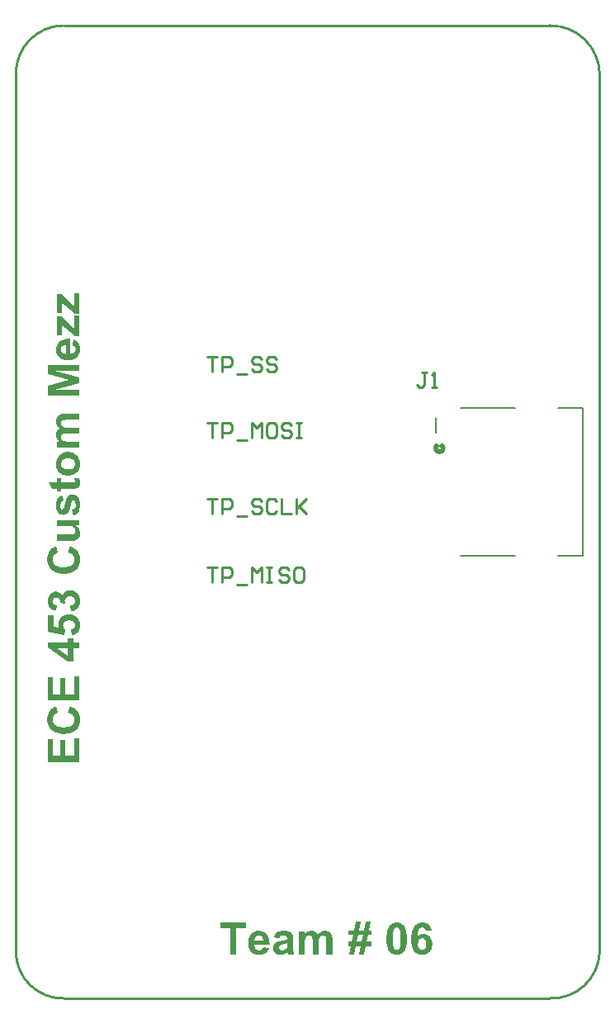
<source format=gto>
G04*
G04 #@! TF.GenerationSoftware,Altium Limited,Altium Designer,22.6.1 (34)*
G04*
G04 Layer_Color=65535*
%FSLAX25Y25*%
%MOIN*%
G70*
G04*
G04 #@! TF.SameCoordinates,B7B55DA8-A8C8-4B2F-A26B-231347B163EA*
G04*
G04*
G04 #@! TF.FilePolarity,Positive*
G04*
G01*
G75*
%ADD10C,0.02000*%
%ADD11C,0.00600*%
%ADD12C,0.01000*%
G36*
X26203Y277216D02*
X24253D01*
X20288Y280682D01*
X20272Y280698D01*
X20238Y280715D01*
X20188Y280765D01*
X20138Y280832D01*
X19955Y280981D01*
X19755Y281165D01*
X19522Y281381D01*
X19289Y281581D01*
X19089Y281798D01*
X18906Y281964D01*
Y281881D01*
X18922Y281798D01*
Y281498D01*
X18939Y281298D01*
Y280832D01*
X18956Y277550D01*
X16923D01*
Y285230D01*
X18656D01*
X22737Y281681D01*
X24087Y280432D01*
Y280532D01*
X24070Y280598D01*
Y280765D01*
X24054Y280965D01*
Y281181D01*
X24037Y281398D01*
Y285496D01*
X26203D01*
Y277216D01*
D02*
G37*
G36*
Y268270D02*
X24253D01*
X20288Y271735D01*
X20272Y271752D01*
X20238Y271768D01*
X20188Y271818D01*
X20138Y271885D01*
X19955Y272035D01*
X19755Y272218D01*
X19522Y272435D01*
X19289Y272635D01*
X19089Y272851D01*
X18906Y273018D01*
Y272935D01*
X18922Y272851D01*
Y272551D01*
X18939Y272352D01*
Y271885D01*
X18956Y268603D01*
X16923D01*
Y276283D01*
X18656D01*
X22737Y272735D01*
X24087Y271485D01*
Y271585D01*
X24070Y271652D01*
Y271818D01*
X24054Y272018D01*
Y272235D01*
X24037Y272452D01*
Y276550D01*
X26203D01*
Y268270D01*
D02*
G37*
G36*
X22271Y261106D02*
X22288D01*
X22321D01*
X22371D01*
X22454Y261123D01*
X22654Y261139D01*
X22904Y261189D01*
X23170Y261256D01*
X23454Y261356D01*
X23737Y261506D01*
X23987Y261689D01*
X24020Y261722D01*
X24087Y261789D01*
X24170Y261906D01*
X24287Y262072D01*
X24403Y262289D01*
X24487Y262522D01*
X24553Y262805D01*
X24587Y263105D01*
Y263205D01*
X24570Y263305D01*
X24553Y263439D01*
X24520Y263589D01*
X24453Y263738D01*
X24387Y263905D01*
X24287Y264055D01*
X24270Y264072D01*
X24220Y264122D01*
X24153Y264188D01*
X24037Y264288D01*
X23887Y264388D01*
X23720Y264488D01*
X23504Y264588D01*
X23254Y264671D01*
X23670Y267120D01*
X23687D01*
X23737Y267104D01*
X23804Y267070D01*
X23887Y267037D01*
X24003Y266970D01*
X24137Y266920D01*
X24437Y266754D01*
X24770Y266537D01*
X25103Y266287D01*
X25436Y265971D01*
X25719Y265621D01*
Y265604D01*
X25753Y265571D01*
X25786Y265521D01*
X25836Y265438D01*
X25886Y265338D01*
X25936Y265221D01*
X26003Y265088D01*
X26069Y264921D01*
X26136Y264738D01*
X26203Y264555D01*
X26303Y264122D01*
X26386Y263622D01*
X26419Y263072D01*
Y262972D01*
X26403Y262839D01*
X26386Y262672D01*
X26369Y262472D01*
X26336Y262256D01*
X26286Y261989D01*
X26219Y261722D01*
X26136Y261439D01*
X26036Y261139D01*
X25903Y260840D01*
X25753Y260556D01*
X25570Y260256D01*
X25353Y259990D01*
X25120Y259740D01*
X24836Y259507D01*
X24820Y259490D01*
X24770Y259473D01*
X24703Y259423D01*
X24603Y259357D01*
X24487Y259290D01*
X24337Y259224D01*
X24153Y259140D01*
X23954Y259057D01*
X23737Y258957D01*
X23504Y258874D01*
X23237Y258807D01*
X22954Y258740D01*
X22654Y258674D01*
X22337Y258624D01*
X21988Y258607D01*
X21638Y258591D01*
X21605D01*
X21538D01*
X21421Y258607D01*
X21255D01*
X21071Y258624D01*
X20838Y258657D01*
X20588Y258690D01*
X20322Y258740D01*
X20039Y258807D01*
X19739Y258890D01*
X19439Y258974D01*
X19139Y259090D01*
X18839Y259240D01*
X18556Y259390D01*
X18272Y259573D01*
X18023Y259790D01*
X18006Y259807D01*
X17973Y259840D01*
X17906Y259907D01*
X17823Y260007D01*
X17723Y260123D01*
X17606Y260273D01*
X17490Y260440D01*
X17356Y260623D01*
X17240Y260840D01*
X17123Y261056D01*
X17006Y261306D01*
X16906Y261589D01*
X16823Y261873D01*
X16756Y262172D01*
X16723Y262506D01*
X16706Y262839D01*
Y262939D01*
X16723Y263039D01*
Y263189D01*
X16756Y263355D01*
X16773Y263555D01*
X16823Y263772D01*
X16873Y264022D01*
X16956Y264271D01*
X17040Y264538D01*
X17156Y264821D01*
X17290Y265088D01*
X17439Y265354D01*
X17639Y265621D01*
X17839Y265871D01*
X18089Y266104D01*
X18106Y266121D01*
X18156Y266154D01*
X18239Y266221D01*
X18339Y266287D01*
X18489Y266387D01*
X18672Y266487D01*
X18872Y266587D01*
X19122Y266704D01*
X19405Y266804D01*
X19705Y266920D01*
X20055Y267004D01*
X20422Y267104D01*
X20838Y267170D01*
X21288Y267220D01*
X21754Y267254D01*
X22271D01*
Y261106D01*
D02*
G37*
G36*
X26203Y254342D02*
X16123Y254326D01*
X26203Y251793D01*
Y249294D01*
X16123Y246778D01*
X26203D01*
Y244379D01*
X13391D01*
Y248245D01*
X22138Y250560D01*
X13391Y252859D01*
Y256741D01*
X26203D01*
Y254342D01*
D02*
G37*
G36*
Y234517D02*
X20905D01*
X20888D01*
X20838D01*
X20772D01*
X20688D01*
X20572D01*
X20438Y234500D01*
X20155Y234483D01*
X19855Y234450D01*
X19572Y234400D01*
X19305Y234333D01*
X19206Y234300D01*
X19122Y234250D01*
X19105Y234233D01*
X19039Y234184D01*
X18956Y234100D01*
X18856Y234000D01*
X18756Y233850D01*
X18672Y233667D01*
X18606Y233451D01*
X18589Y233201D01*
Y233117D01*
X18606Y233017D01*
X18622Y232884D01*
X18672Y232734D01*
X18722Y232568D01*
X18806Y232401D01*
X18906Y232234D01*
X18922Y232218D01*
X18972Y232168D01*
X19039Y232084D01*
X19139Y231984D01*
X19272Y231885D01*
X19439Y231768D01*
X19622Y231668D01*
X19839Y231585D01*
X19872D01*
X19955Y231551D01*
X20105Y231518D01*
X20305Y231485D01*
X20572Y231451D01*
X20905Y231418D01*
X21288Y231401D01*
X21521Y231385D01*
X21754D01*
X26203D01*
Y228936D01*
X21121D01*
X21105D01*
X21055D01*
X20988D01*
X20905D01*
X20788D01*
X20672D01*
X20405Y228919D01*
X20105Y228902D01*
X19822Y228886D01*
X19572Y228852D01*
X19472Y228819D01*
X19389Y228802D01*
X19372D01*
X19322Y228786D01*
X19255Y228752D01*
X19155Y228702D01*
X18972Y228569D01*
X18872Y228486D01*
X18789Y228386D01*
X18772Y228369D01*
X18756Y228336D01*
X18722Y228269D01*
X18689Y228203D01*
X18656Y228086D01*
X18622Y227969D01*
X18589Y227819D01*
Y227553D01*
X18606Y227453D01*
X18622Y227320D01*
X18672Y227153D01*
X18722Y226986D01*
X18806Y226803D01*
X18906Y226620D01*
X18922Y226603D01*
X18956Y226553D01*
X19039Y226470D01*
X19122Y226370D01*
X19255Y226270D01*
X19405Y226153D01*
X19589Y226054D01*
X19789Y225970D01*
X19822D01*
X19905Y225937D01*
X20039Y225920D01*
X20238Y225887D01*
X20505Y225853D01*
X20655Y225837D01*
X20838Y225820D01*
X21021Y225804D01*
X21238D01*
X21455Y225787D01*
X21704D01*
X26203D01*
Y223338D01*
X16923D01*
Y225604D01*
X18206D01*
X18189Y225620D01*
X18139Y225654D01*
X18073Y225720D01*
X17973Y225820D01*
X17856Y225937D01*
X17723Y226070D01*
X17589Y226237D01*
X17456Y226420D01*
X17323Y226620D01*
X17173Y226836D01*
X17056Y227070D01*
X16940Y227320D01*
X16840Y227586D01*
X16773Y227869D01*
X16723Y228169D01*
X16706Y228469D01*
Y228619D01*
X16723Y228786D01*
X16756Y229002D01*
X16806Y229236D01*
X16873Y229502D01*
X16956Y229769D01*
X17090Y230019D01*
X17106Y230052D01*
X17156Y230135D01*
X17240Y230252D01*
X17356Y230402D01*
X17523Y230568D01*
X17706Y230735D01*
X17923Y230918D01*
X18189Y231085D01*
X18172D01*
X18156Y231118D01*
X18073Y231185D01*
X17939Y231318D01*
X17773Y231485D01*
X17606Y231684D01*
X17423Y231901D01*
X17240Y232151D01*
X17090Y232401D01*
Y232418D01*
X17073Y232434D01*
X17023Y232534D01*
X16973Y232667D01*
X16890Y232867D01*
X16823Y233084D01*
X16773Y233351D01*
X16723Y233617D01*
X16706Y233917D01*
Y234084D01*
X16723Y234283D01*
X16756Y234517D01*
X16806Y234783D01*
X16890Y235067D01*
X16990Y235366D01*
X17123Y235633D01*
Y235650D01*
X17140Y235666D01*
X17206Y235750D01*
X17290Y235883D01*
X17439Y236033D01*
X17606Y236216D01*
X17823Y236383D01*
X18073Y236549D01*
X18356Y236699D01*
X18389Y236716D01*
X18472Y236749D01*
X18606Y236783D01*
X18806Y236832D01*
X19072Y236882D01*
X19405Y236932D01*
X19605Y236949D01*
X19805D01*
X20022Y236966D01*
X20272D01*
X26203D01*
Y234517D01*
D02*
G37*
G36*
X21738Y221589D02*
X21888D01*
X22071Y221572D01*
X22288Y221539D01*
X22521Y221489D01*
X22771Y221439D01*
X23037Y221355D01*
X23321Y221272D01*
X23604Y221155D01*
X23904Y221022D01*
X24204Y220872D01*
X24487Y220689D01*
X24770Y220472D01*
X25036Y220239D01*
X25053Y220222D01*
X25103Y220173D01*
X25170Y220106D01*
X25253Y219989D01*
X25353Y219856D01*
X25470Y219706D01*
X25603Y219506D01*
X25719Y219306D01*
X25853Y219056D01*
X25986Y218806D01*
X26103Y218523D01*
X26203Y218223D01*
X26286Y217907D01*
X26353Y217557D01*
X26403Y217207D01*
X26419Y216824D01*
Y216690D01*
X26403Y216607D01*
Y216491D01*
X26386Y216357D01*
X26369Y216207D01*
X26353Y216041D01*
X26286Y215658D01*
X26186Y215258D01*
X26036Y214808D01*
X25853Y214375D01*
Y214358D01*
X25820Y214325D01*
X25786Y214258D01*
X25736Y214192D01*
X25686Y214092D01*
X25603Y213975D01*
X25420Y213725D01*
X25186Y213442D01*
X24886Y213159D01*
X24553Y212875D01*
X24153Y212626D01*
X24137D01*
X24103Y212592D01*
X24037Y212576D01*
X23954Y212526D01*
X23837Y212492D01*
X23720Y212442D01*
X23570Y212376D01*
X23387Y212326D01*
X23204Y212276D01*
X23004Y212209D01*
X22771Y212159D01*
X22537Y212126D01*
X22021Y212059D01*
X21438Y212026D01*
X21421D01*
X21388D01*
X21321D01*
X21221Y212042D01*
X21121D01*
X20988Y212059D01*
X20838Y212076D01*
X20688Y212109D01*
X20322Y212176D01*
X19922Y212276D01*
X19505Y212426D01*
X19072Y212626D01*
X19056D01*
X19022Y212659D01*
X18956Y212692D01*
X18889Y212742D01*
X18789Y212792D01*
X18672Y212875D01*
X18422Y213059D01*
X18139Y213309D01*
X17856Y213592D01*
X17573Y213942D01*
X17323Y214325D01*
Y214341D01*
X17290Y214375D01*
X17273Y214441D01*
X17223Y214525D01*
X17173Y214625D01*
X17123Y214758D01*
X17073Y214891D01*
X17006Y215058D01*
X16906Y215424D01*
X16806Y215841D01*
X16740Y216291D01*
X16706Y216791D01*
Y216891D01*
X16723Y216990D01*
Y217140D01*
X16756Y217324D01*
X16773Y217524D01*
X16823Y217757D01*
X16873Y218023D01*
X16956Y218290D01*
X17040Y218573D01*
X17156Y218856D01*
X17290Y219140D01*
X17439Y219439D01*
X17639Y219723D01*
X17839Y219989D01*
X18089Y220256D01*
X18106Y220272D01*
X18156Y220322D01*
X18223Y220389D01*
X18339Y220472D01*
X18472Y220572D01*
X18639Y220689D01*
X18822Y220806D01*
X19039Y220939D01*
X19272Y221056D01*
X19539Y221172D01*
X19822Y221289D01*
X20122Y221389D01*
X20438Y221489D01*
X20788Y221555D01*
X21155Y221589D01*
X21538Y221605D01*
X21554D01*
X21638D01*
X21738Y221589D01*
D02*
G37*
G36*
X26069Y211059D02*
X26086Y211043D01*
X26103Y210993D01*
X26119Y210926D01*
X26186Y210743D01*
X26236Y210510D01*
X26303Y210226D01*
X26369Y209893D01*
X26403Y209527D01*
X26419Y209127D01*
Y209010D01*
X26403Y208894D01*
X26386Y208744D01*
X26369Y208560D01*
X26319Y208361D01*
X26269Y208144D01*
X26203Y207944D01*
X26186Y207927D01*
X26169Y207861D01*
X26119Y207761D01*
X26053Y207644D01*
X25870Y207394D01*
X25753Y207261D01*
X25636Y207161D01*
X25620Y207144D01*
X25570Y207128D01*
X25486Y207078D01*
X25370Y207028D01*
X25236Y206961D01*
X25070Y206911D01*
X24886Y206861D01*
X24670Y206811D01*
X24653D01*
X24587Y206795D01*
X24470D01*
X24287Y206778D01*
X24054Y206761D01*
X23920D01*
X23754D01*
X23587Y206745D01*
X23387D01*
X23170D01*
X22937D01*
X18872D01*
Y205612D01*
X16923D01*
Y206745D01*
X15074D01*
X13624Y209194D01*
X16923D01*
Y210876D01*
X18872D01*
Y209194D01*
X22637D01*
X22654D01*
X22687D01*
X22737D01*
X22821D01*
X23004D01*
X23221D01*
X23454Y209210D01*
X23670D01*
X23854D01*
X23920Y209227D01*
X23970D01*
X24003Y209243D01*
X24070Y209277D01*
X24170Y209344D01*
X24270Y209443D01*
Y209460D01*
X24287Y209477D01*
X24320Y209560D01*
X24370Y209710D01*
X24387Y209877D01*
Y209943D01*
X24370Y210010D01*
X24353Y210126D01*
X24337Y210260D01*
X24287Y210426D01*
X24237Y210626D01*
X24153Y210859D01*
X26069Y211076D01*
Y211059D01*
D02*
G37*
G36*
X23537Y204462D02*
X23637Y204446D01*
X23770Y204429D01*
X24070Y204345D01*
X24403Y204212D01*
X24587Y204129D01*
X24770Y204029D01*
X24953Y203912D01*
X25153Y203762D01*
X25320Y203596D01*
X25503Y203413D01*
X25520Y203396D01*
X25536Y203363D01*
X25586Y203296D01*
X25653Y203213D01*
X25719Y203096D01*
X25786Y202963D01*
X25870Y202796D01*
X25953Y202613D01*
X26053Y202413D01*
X26136Y202180D01*
X26203Y201913D01*
X26269Y201630D01*
X26336Y201313D01*
X26386Y200980D01*
X26403Y200630D01*
X26419Y200247D01*
Y200064D01*
X26403Y199931D01*
Y199781D01*
X26386Y199597D01*
X26353Y199381D01*
X26319Y199164D01*
X26236Y198681D01*
X26103Y198181D01*
X25919Y197698D01*
X25803Y197465D01*
X25670Y197248D01*
X25653Y197232D01*
X25636Y197198D01*
X25586Y197148D01*
X25536Y197065D01*
X25453Y196982D01*
X25353Y196882D01*
X25120Y196665D01*
X24820Y196415D01*
X24470Y196182D01*
X24054Y195966D01*
X23820Y195882D01*
X23587Y195816D01*
X23204Y198281D01*
X23237D01*
X23321Y198315D01*
X23454Y198348D01*
X23604Y198415D01*
X23787Y198498D01*
X23970Y198598D01*
X24137Y198731D01*
X24287Y198898D01*
X24303Y198914D01*
X24337Y198981D01*
X24403Y199098D01*
X24470Y199248D01*
X24537Y199448D01*
X24603Y199664D01*
X24637Y199947D01*
X24653Y200247D01*
Y200397D01*
X24637Y200580D01*
X24603Y200780D01*
X24570Y201013D01*
X24503Y201247D01*
X24420Y201480D01*
X24303Y201680D01*
X24287Y201697D01*
X24253Y201730D01*
X24204Y201780D01*
X24137Y201847D01*
X24037Y201913D01*
X23937Y201963D01*
X23804Y201996D01*
X23654Y202013D01*
X23637D01*
X23604D01*
X23554Y201996D01*
X23487D01*
X23337Y201930D01*
X23254Y201897D01*
X23187Y201830D01*
Y201813D01*
X23154Y201797D01*
X23121Y201747D01*
X23087Y201663D01*
X23037Y201547D01*
X22987Y201413D01*
X22921Y201230D01*
X22871Y201013D01*
Y200980D01*
X22837Y200880D01*
X22804Y200730D01*
X22754Y200530D01*
X22704Y200297D01*
X22637Y200030D01*
X22554Y199731D01*
X22471Y199431D01*
X22288Y198781D01*
X22188Y198465D01*
X22088Y198165D01*
X21971Y197881D01*
X21871Y197632D01*
X21771Y197415D01*
X21671Y197248D01*
X21655Y197232D01*
X21638Y197198D01*
X21588Y197148D01*
X21538Y197082D01*
X21455Y196998D01*
X21355Y196898D01*
X21121Y196699D01*
X20821Y196499D01*
X20455Y196315D01*
X20255Y196249D01*
X20039Y196199D01*
X19822Y196165D01*
X19572Y196149D01*
X19555D01*
X19522D01*
X19455D01*
X19372Y196165D01*
X19272Y196182D01*
X19139Y196199D01*
X18856Y196265D01*
X18539Y196382D01*
X18372Y196465D01*
X18206Y196549D01*
X18023Y196665D01*
X17856Y196782D01*
X17689Y196932D01*
X17539Y197098D01*
X17523Y197115D01*
X17506Y197148D01*
X17456Y197198D01*
X17406Y197282D01*
X17339Y197382D01*
X17273Y197498D01*
X17206Y197648D01*
X17123Y197831D01*
X17040Y198015D01*
X16973Y198231D01*
X16906Y198481D01*
X16840Y198748D01*
X16790Y199031D01*
X16740Y199347D01*
X16723Y199681D01*
X16706Y200047D01*
Y200231D01*
X16723Y200364D01*
Y200514D01*
X16740Y200697D01*
X16756Y200897D01*
X16790Y201113D01*
X16856Y201580D01*
X16973Y202046D01*
X17123Y202496D01*
X17223Y202696D01*
X17339Y202879D01*
Y202896D01*
X17373Y202913D01*
X17406Y202963D01*
X17456Y203029D01*
X17589Y203196D01*
X17789Y203396D01*
X18056Y203596D01*
X18372Y203812D01*
X18739Y204012D01*
X19155Y204162D01*
X19589Y201847D01*
X19572D01*
X19505Y201813D01*
X19405Y201780D01*
X19289Y201713D01*
X19155Y201647D01*
X19022Y201547D01*
X18889Y201430D01*
X18772Y201280D01*
X18756Y201263D01*
X18722Y201197D01*
X18672Y201113D01*
X18622Y200980D01*
X18572Y200814D01*
X18522Y200614D01*
X18489Y200364D01*
X18472Y200097D01*
Y199931D01*
X18489Y199764D01*
X18506Y199547D01*
X18539Y199331D01*
X18589Y199098D01*
X18656Y198881D01*
X18756Y198698D01*
Y198681D01*
X18789Y198664D01*
X18889Y198565D01*
X19039Y198481D01*
X19139Y198448D01*
X19255Y198431D01*
X19272D01*
X19305D01*
X19355Y198448D01*
X19405Y198465D01*
X19555Y198531D01*
X19639Y198581D01*
X19705Y198664D01*
X19722Y198681D01*
X19755Y198748D01*
X19772Y198798D01*
X19805Y198881D01*
X19839Y198964D01*
X19872Y199081D01*
X19922Y199214D01*
X19972Y199381D01*
X20022Y199564D01*
X20088Y199781D01*
X20155Y200014D01*
X20222Y200297D01*
X20305Y200614D01*
X20388Y200963D01*
Y200980D01*
X20405Y201047D01*
X20438Y201147D01*
X20472Y201280D01*
X20505Y201447D01*
X20572Y201630D01*
X20622Y201830D01*
X20688Y202046D01*
X20855Y202496D01*
X21038Y202946D01*
X21138Y203163D01*
X21255Y203363D01*
X21371Y203546D01*
X21488Y203696D01*
Y203712D01*
X21521Y203729D01*
X21605Y203812D01*
X21754Y203946D01*
X21954Y204096D01*
X22221Y204229D01*
X22537Y204362D01*
X22904Y204446D01*
X23104Y204479D01*
X23321D01*
X23337D01*
X23370D01*
X23437D01*
X23537Y204462D01*
D02*
G37*
G36*
X26203Y191850D02*
X24820D01*
X24853Y191834D01*
X24937Y191751D01*
X25086Y191651D01*
X25253Y191484D01*
X25436Y191301D01*
X25636Y191068D01*
X25820Y190818D01*
X26003Y190518D01*
Y190501D01*
X26019Y190484D01*
X26036Y190434D01*
X26069Y190384D01*
X26136Y190218D01*
X26203Y190001D01*
X26286Y189735D01*
X26353Y189435D01*
X26403Y189118D01*
X26419Y188785D01*
Y188635D01*
X26403Y188452D01*
X26369Y188219D01*
X26319Y187969D01*
X26253Y187686D01*
X26153Y187386D01*
X26019Y187102D01*
X26003Y187069D01*
X25936Y186986D01*
X25853Y186853D01*
X25719Y186703D01*
X25553Y186519D01*
X25353Y186336D01*
X25136Y186186D01*
X24870Y186036D01*
X24853D01*
X24836Y186020D01*
X24787Y186003D01*
X24737Y185986D01*
X24570Y185936D01*
X24337Y185886D01*
X24037Y185820D01*
X23687Y185770D01*
X23270Y185736D01*
X22804Y185720D01*
X16923D01*
Y188169D01*
X21188D01*
X21205D01*
X21271D01*
X21371D01*
X21505D01*
X21655D01*
X21838D01*
X22221Y188185D01*
X22637Y188202D01*
X23037Y188219D01*
X23221Y188235D01*
X23370Y188252D01*
X23504Y188285D01*
X23604Y188302D01*
X23620D01*
X23670Y188335D01*
X23754Y188369D01*
X23854Y188418D01*
X23954Y188485D01*
X24070Y188568D01*
X24187Y188668D01*
X24287Y188785D01*
X24303Y188802D01*
X24320Y188852D01*
X24370Y188935D01*
X24403Y189035D01*
X24453Y189168D01*
X24503Y189318D01*
X24520Y189501D01*
X24537Y189685D01*
Y189785D01*
X24520Y189918D01*
X24487Y190068D01*
X24453Y190234D01*
X24403Y190434D01*
X24320Y190618D01*
X24204Y190818D01*
X24187Y190834D01*
X24137Y190901D01*
X24070Y190984D01*
X23970Y191084D01*
X23837Y191201D01*
X23704Y191317D01*
X23537Y191417D01*
X23354Y191501D01*
X23321Y191517D01*
X23287D01*
X23237Y191534D01*
X23171Y191551D01*
X23087Y191567D01*
X22971Y191584D01*
X22837Y191601D01*
X22687Y191617D01*
X22504Y191634D01*
X22304D01*
X22071Y191651D01*
X21804Y191667D01*
X21521Y191684D01*
X21188D01*
X20838D01*
X16923D01*
Y194133D01*
X26203D01*
Y191850D01*
D02*
G37*
G36*
X22354Y183520D02*
X22454Y183487D01*
X22604Y183437D01*
X22771Y183371D01*
X22971Y183304D01*
X23204Y183204D01*
X23437Y183087D01*
X23954Y182821D01*
X24220Y182671D01*
X24470Y182488D01*
X24737Y182304D01*
X24970Y182088D01*
X25203Y181871D01*
X25403Y181621D01*
X25420Y181605D01*
X25453Y181555D01*
X25503Y181488D01*
X25553Y181388D01*
X25636Y181255D01*
X25719Y181088D01*
X25820Y180905D01*
X25903Y180705D01*
X26003Y180472D01*
X26103Y180205D01*
X26186Y179922D01*
X26253Y179622D01*
X26319Y179306D01*
X26369Y178956D01*
X26403Y178606D01*
X26419Y178223D01*
Y178106D01*
X26403Y177973D01*
X26386Y177806D01*
X26369Y177589D01*
X26319Y177323D01*
X26269Y177056D01*
X26203Y176740D01*
X26103Y176423D01*
X26003Y176074D01*
X25853Y175724D01*
X25686Y175374D01*
X25486Y175024D01*
X25253Y174674D01*
X24986Y174341D01*
X24687Y174024D01*
X24670Y174008D01*
X24603Y173958D01*
X24503Y173874D01*
X24370Y173774D01*
X24187Y173641D01*
X23970Y173508D01*
X23720Y173358D01*
X23437Y173208D01*
X23104Y173058D01*
X22754Y172908D01*
X22354Y172775D01*
X21938Y172642D01*
X21471Y172542D01*
X20988Y172458D01*
X20455Y172408D01*
X19905Y172392D01*
X19888D01*
X19872D01*
X19822D01*
X19772D01*
X19605Y172408D01*
X19372Y172425D01*
X19105Y172442D01*
X18806Y172475D01*
X18456Y172525D01*
X18089Y172591D01*
X17689Y172692D01*
X17290Y172792D01*
X16873Y172925D01*
X16457Y173091D01*
X16057Y173275D01*
X15657Y173491D01*
X15290Y173758D01*
X14941Y174041D01*
X14924Y174058D01*
X14857Y174124D01*
X14774Y174207D01*
X14657Y174341D01*
X14524Y174507D01*
X14374Y174707D01*
X14208Y174941D01*
X14041Y175207D01*
X13874Y175490D01*
X13724Y175824D01*
X13574Y176173D01*
X13441Y176557D01*
X13325Y176973D01*
X13241Y177423D01*
X13174Y177889D01*
X13158Y178373D01*
Y178472D01*
X13174Y178606D01*
Y178772D01*
X13208Y178972D01*
X13225Y179206D01*
X13274Y179455D01*
X13325Y179739D01*
X13408Y180039D01*
X13491Y180355D01*
X13608Y180672D01*
X13741Y180988D01*
X13908Y181305D01*
X14091Y181621D01*
X14307Y181921D01*
X14557Y182204D01*
X14574Y182221D01*
X14591Y182238D01*
X14641Y182288D01*
X14707Y182354D01*
X14791Y182421D01*
X14890Y182504D01*
X15024Y182588D01*
X15157Y182687D01*
X15307Y182804D01*
X15490Y182904D01*
X15674Y183021D01*
X15890Y183121D01*
X16123Y183237D01*
X16357Y183337D01*
X16623Y183437D01*
X16906Y183520D01*
X17523Y180955D01*
X17506D01*
X17473Y180938D01*
X17423Y180921D01*
X17356Y180905D01*
X17173Y180838D01*
X16956Y180755D01*
X16706Y180622D01*
X16440Y180455D01*
X16190Y180238D01*
X15957Y179989D01*
X15923Y179955D01*
X15857Y179855D01*
X15774Y179705D01*
X15657Y179505D01*
X15557Y179255D01*
X15457Y178956D01*
X15390Y178606D01*
X15374Y178239D01*
Y178106D01*
X15390Y178006D01*
X15407Y177889D01*
X15424Y177740D01*
X15507Y177423D01*
X15624Y177056D01*
X15707Y176873D01*
X15807Y176673D01*
X15923Y176473D01*
X16073Y176290D01*
X16223Y176107D01*
X16407Y175940D01*
X16423Y175924D01*
X16457Y175907D01*
X16523Y175857D01*
X16607Y175807D01*
X16706Y175740D01*
X16856Y175657D01*
X17006Y175574D01*
X17206Y175507D01*
X17423Y175424D01*
X17656Y175340D01*
X17939Y175257D01*
X18239Y175190D01*
X18556Y175141D01*
X18922Y175091D01*
X19305Y175074D01*
X19722Y175057D01*
X19755D01*
X19822D01*
X19955D01*
X20122Y175074D01*
X20322Y175091D01*
X20538Y175107D01*
X20805Y175124D01*
X21071Y175174D01*
X21638Y175274D01*
X22204Y175424D01*
X22488Y175524D01*
X22737Y175640D01*
X22971Y175774D01*
X23187Y175924D01*
X23204Y175940D01*
X23237Y175957D01*
X23287Y176007D01*
X23337Y176074D01*
X23420Y176173D01*
X23504Y176273D01*
X23604Y176390D01*
X23687Y176540D01*
X23887Y176857D01*
X24037Y177240D01*
X24103Y177456D01*
X24153Y177690D01*
X24187Y177939D01*
X24204Y178189D01*
Y178289D01*
X24187Y178356D01*
X24170Y178556D01*
X24120Y178806D01*
X24037Y179072D01*
X23937Y179372D01*
X23770Y179672D01*
X23554Y179955D01*
X23537Y179972D01*
X23520Y179989D01*
X23420Y180072D01*
X23270Y180205D01*
X23037Y180372D01*
X22904Y180455D01*
X22754Y180555D01*
X22588Y180638D01*
X22388Y180722D01*
X22188Y180822D01*
X21971Y180888D01*
X21721Y180972D01*
X21471Y181038D01*
X22254Y183554D01*
X22271D01*
X22354Y183520D01*
D02*
G37*
G36*
X22654Y165794D02*
X22804Y165778D01*
X22971Y165744D01*
X23154Y165711D01*
X23370Y165661D01*
X23587Y165594D01*
X23820Y165511D01*
X24054Y165411D01*
X24303Y165295D01*
X24553Y165145D01*
X24787Y164978D01*
X25020Y164795D01*
X25253Y164578D01*
X25270Y164561D01*
X25303Y164528D01*
X25370Y164445D01*
X25436Y164362D01*
X25520Y164228D01*
X25620Y164095D01*
X25736Y163928D01*
X25836Y163728D01*
X25953Y163512D01*
X26069Y163279D01*
X26169Y163029D01*
X26253Y162762D01*
X26319Y162462D01*
X26386Y162162D01*
X26419Y161829D01*
X26436Y161496D01*
Y161329D01*
X26419Y161213D01*
X26403Y161063D01*
X26386Y160880D01*
X26353Y160696D01*
X26319Y160480D01*
X26203Y160030D01*
X26119Y159797D01*
X26019Y159547D01*
X25903Y159313D01*
X25769Y159064D01*
X25620Y158830D01*
X25453Y158614D01*
X25436Y158597D01*
X25403Y158564D01*
X25353Y158514D01*
X25270Y158431D01*
X25170Y158347D01*
X25053Y158247D01*
X24903Y158131D01*
X24753Y158031D01*
X24570Y157914D01*
X24370Y157798D01*
X24153Y157681D01*
X23920Y157581D01*
X23670Y157481D01*
X23420Y157414D01*
X23137Y157348D01*
X22837Y157298D01*
X22537Y159680D01*
X22554D01*
X22571D01*
X22621Y159697D01*
X22687D01*
X22854Y159747D01*
X23054Y159797D01*
X23287Y159863D01*
X23520Y159980D01*
X23737Y160113D01*
X23937Y160280D01*
X23954Y160296D01*
X24004Y160363D01*
X24087Y160480D01*
X24170Y160613D01*
X24253Y160796D01*
X24337Y160996D01*
X24387Y161246D01*
X24403Y161496D01*
Y161529D01*
X24387Y161629D01*
X24370Y161762D01*
X24337Y161929D01*
X24270Y162129D01*
X24170Y162346D01*
X24020Y162562D01*
X23837Y162762D01*
X23804Y162779D01*
X23737Y162845D01*
X23604Y162929D01*
X23420Y163029D01*
X23204Y163129D01*
X22937Y163212D01*
X22621Y163279D01*
X22271Y163295D01*
X22254D01*
X22221D01*
X22188D01*
X22121D01*
X21954Y163262D01*
X21738Y163229D01*
X21505Y163179D01*
X21255Y163079D01*
X21005Y162962D01*
X20788Y162795D01*
X20772Y162779D01*
X20705Y162712D01*
X20622Y162595D01*
X20505Y162462D01*
X20405Y162279D01*
X20322Y162079D01*
X20255Y161846D01*
X20238Y161579D01*
Y161496D01*
X20255Y161396D01*
Y161263D01*
X20288Y161096D01*
X20322Y160913D01*
X20372Y160696D01*
X20438Y160463D01*
X18439Y160730D01*
Y160896D01*
X18422Y161080D01*
X18406Y161296D01*
X18356Y161546D01*
X18272Y161796D01*
X18173Y162029D01*
X18023Y162246D01*
X18006Y162262D01*
X17939Y162329D01*
X17839Y162412D01*
X17689Y162512D01*
X17523Y162612D01*
X17306Y162696D01*
X17056Y162762D01*
X16790Y162779D01*
X16757D01*
X16690D01*
X16556Y162762D01*
X16423Y162729D01*
X16257Y162679D01*
X16073Y162612D01*
X15907Y162512D01*
X15757Y162379D01*
X15740Y162362D01*
X15690Y162312D01*
X15624Y162229D01*
X15557Y162112D01*
X15490Y161962D01*
X15424Y161796D01*
X15374Y161596D01*
X15357Y161363D01*
Y161263D01*
X15374Y161146D01*
X15407Y160996D01*
X15474Y160813D01*
X15540Y160646D01*
X15657Y160463D01*
X15807Y160280D01*
X15823Y160263D01*
X15890Y160213D01*
X15990Y160130D01*
X16123Y160047D01*
X16307Y159947D01*
X16523Y159863D01*
X16773Y159797D01*
X17073Y159747D01*
X16690Y157481D01*
X16673D01*
X16640Y157498D01*
X16573Y157514D01*
X16490Y157531D01*
X16390Y157548D01*
X16290Y157581D01*
X16023Y157664D01*
X15723Y157747D01*
X15407Y157881D01*
X15107Y158014D01*
X14824Y158181D01*
X14791Y158197D01*
X14707Y158264D01*
X14574Y158380D01*
X14424Y158530D01*
X14241Y158714D01*
X14058Y158947D01*
X13891Y159214D01*
X13724Y159513D01*
Y159530D01*
X13708Y159547D01*
X13691Y159597D01*
X13658Y159663D01*
X13591Y159847D01*
X13524Y160080D01*
X13458Y160363D01*
X13391Y160680D01*
X13341Y161046D01*
X13325Y161429D01*
Y161613D01*
X13341Y161729D01*
X13358Y161879D01*
X13391Y162062D01*
X13424Y162262D01*
X13474Y162479D01*
X13524Y162696D01*
X13608Y162929D01*
X13708Y163179D01*
X13808Y163412D01*
X13958Y163662D01*
X14108Y163895D01*
X14291Y164112D01*
X14491Y164328D01*
X14507Y164345D01*
X14541Y164362D01*
X14591Y164411D01*
X14657Y164478D01*
X14741Y164545D01*
X14857Y164611D01*
X15107Y164795D01*
X15424Y164961D01*
X15790Y165094D01*
X16190Y165211D01*
X16407Y165228D01*
X16623Y165244D01*
X16640D01*
X16690D01*
X16790Y165228D01*
X16906Y165211D01*
X17040Y165194D01*
X17206Y165145D01*
X17390Y165094D01*
X17589Y165011D01*
X17806Y164911D01*
X18023Y164795D01*
X18256Y164645D01*
X18472Y164461D01*
X18706Y164245D01*
X18922Y164012D01*
X19122Y163728D01*
X19322Y163395D01*
Y163412D01*
X19339Y163445D01*
X19355Y163495D01*
X19372Y163578D01*
X19405Y163678D01*
X19439Y163778D01*
X19555Y164028D01*
X19689Y164312D01*
X19872Y164595D01*
X20105Y164878D01*
X20388Y165145D01*
X20405D01*
X20422Y165178D01*
X20472Y165211D01*
X20538Y165244D01*
X20705Y165361D01*
X20938Y165478D01*
X21238Y165594D01*
X21571Y165711D01*
X21954Y165778D01*
X22371Y165811D01*
X22388D01*
X22437D01*
X22537D01*
X22654Y165794D01*
D02*
G37*
G36*
X22188Y156065D02*
X22321Y156048D01*
X22488Y156032D01*
X22671Y155998D01*
X22871Y155965D01*
X23304Y155865D01*
X23770Y155698D01*
X24020Y155598D01*
X24253Y155465D01*
X24503Y155332D01*
X24737Y155165D01*
X24753Y155148D01*
X24803Y155115D01*
X24886Y155032D01*
X25003Y154932D01*
X25136Y154815D01*
X25270Y154649D01*
X25420Y154465D01*
X25586Y154265D01*
X25736Y154032D01*
X25903Y153766D01*
X26036Y153482D01*
X26169Y153183D01*
X26286Y152849D01*
X26369Y152483D01*
X26419Y152100D01*
X26436Y151700D01*
Y151533D01*
X26419Y151400D01*
X26403Y151250D01*
X26386Y151084D01*
X26353Y150883D01*
X26319Y150684D01*
X26203Y150217D01*
X26119Y149984D01*
X26036Y149734D01*
X25919Y149501D01*
X25803Y149267D01*
X25653Y149034D01*
X25486Y148818D01*
X25470Y148801D01*
X25436Y148768D01*
X25386Y148718D01*
X25320Y148634D01*
X25220Y148551D01*
X25103Y148451D01*
X24970Y148351D01*
X24803Y148235D01*
X24637Y148118D01*
X24453Y148001D01*
X24237Y147885D01*
X24004Y147785D01*
X23770Y147685D01*
X23504Y147601D01*
X23237Y147535D01*
X22937Y147485D01*
X22671Y149934D01*
X22687D01*
X22704D01*
X22804Y149951D01*
X22954Y150001D01*
X23154Y150050D01*
X23354Y150117D01*
X23570Y150234D01*
X23787Y150367D01*
X23987Y150534D01*
X24004Y150550D01*
X24054Y150634D01*
X24137Y150734D01*
X24220Y150883D01*
X24320Y151050D01*
X24387Y151250D01*
X24453Y151467D01*
X24470Y151717D01*
Y151750D01*
X24453Y151850D01*
X24437Y151983D01*
X24387Y152166D01*
X24320Y152366D01*
X24204Y152583D01*
X24054Y152799D01*
X23854Y153016D01*
X23820Y153033D01*
X23737Y153099D01*
X23587Y153183D01*
X23370Y153283D01*
X23104Y153383D01*
X22787Y153466D01*
X22404Y153533D01*
X21954Y153549D01*
X21938D01*
X21904D01*
X21838D01*
X21754D01*
X21655Y153533D01*
X21554Y153516D01*
X21288Y153482D01*
X21005Y153416D01*
X20705Y153333D01*
X20422Y153199D01*
X20172Y153016D01*
X20138Y152999D01*
X20072Y152916D01*
X19988Y152799D01*
X19872Y152649D01*
X19755Y152450D01*
X19672Y152216D01*
X19605Y151950D01*
X19572Y151650D01*
Y151550D01*
X19589Y151467D01*
X19605Y151383D01*
X19622Y151267D01*
X19689Y151017D01*
X19805Y150734D01*
X19972Y150417D01*
X20072Y150250D01*
X20188Y150084D01*
X20338Y149934D01*
X20505Y149767D01*
X20222Y147785D01*
X13558Y149051D01*
Y155515D01*
X15857D01*
Y150900D01*
X18039Y150500D01*
Y150517D01*
X18023Y150534D01*
X18006Y150584D01*
X17973Y150650D01*
X17906Y150817D01*
X17823Y151017D01*
X17756Y151283D01*
X17689Y151567D01*
X17639Y151866D01*
X17623Y152183D01*
Y152350D01*
X17639Y152450D01*
X17656Y152600D01*
X17689Y152766D01*
X17723Y152949D01*
X17773Y153149D01*
X17839Y153349D01*
X17923Y153583D01*
X18006Y153799D01*
X18123Y154032D01*
X18272Y154265D01*
X18422Y154499D01*
X18606Y154732D01*
X18822Y154949D01*
X18839Y154965D01*
X18872Y154999D01*
X18939Y155049D01*
X19039Y155132D01*
X19155Y155215D01*
X19305Y155315D01*
X19472Y155415D01*
X19655Y155515D01*
X19872Y155615D01*
X20105Y155732D01*
X20355Y155815D01*
X20638Y155898D01*
X20921Y155982D01*
X21238Y156032D01*
X21571Y156065D01*
X21921Y156081D01*
X21938D01*
X21988D01*
X22071D01*
X22188Y156065D01*
D02*
G37*
G36*
X23620Y144686D02*
X26203D01*
Y142304D01*
X23620D01*
Y137072D01*
X21488D01*
X13341Y142604D01*
Y144686D01*
X21471D01*
Y146269D01*
X23620D01*
Y144686D01*
D02*
G37*
G36*
X26203Y121162D02*
X13391D01*
Y130642D01*
X15557D01*
Y123744D01*
X18389D01*
Y130158D01*
X20555D01*
Y123744D01*
X24037D01*
Y130892D01*
X26203D01*
Y121162D01*
D02*
G37*
G36*
X22354Y118896D02*
X22454Y118863D01*
X22604Y118813D01*
X22771Y118746D01*
X22971Y118680D01*
X23204Y118580D01*
X23437Y118463D01*
X23954Y118197D01*
X24220Y118047D01*
X24470Y117863D01*
X24737Y117680D01*
X24970Y117464D01*
X25203Y117247D01*
X25403Y116997D01*
X25420Y116980D01*
X25453Y116930D01*
X25503Y116864D01*
X25553Y116764D01*
X25636Y116631D01*
X25719Y116464D01*
X25820Y116281D01*
X25903Y116081D01*
X26003Y115848D01*
X26103Y115581D01*
X26186Y115298D01*
X26253Y114998D01*
X26319Y114681D01*
X26369Y114331D01*
X26403Y113982D01*
X26419Y113599D01*
Y113482D01*
X26403Y113349D01*
X26386Y113182D01*
X26369Y112965D01*
X26319Y112699D01*
X26269Y112432D01*
X26203Y112116D01*
X26103Y111799D01*
X26003Y111449D01*
X25853Y111100D01*
X25686Y110750D01*
X25486Y110400D01*
X25253Y110050D01*
X24986Y109717D01*
X24687Y109400D01*
X24670Y109383D01*
X24603Y109334D01*
X24503Y109250D01*
X24370Y109150D01*
X24187Y109017D01*
X23970Y108884D01*
X23720Y108734D01*
X23437Y108584D01*
X23104Y108434D01*
X22754Y108284D01*
X22354Y108151D01*
X21938Y108017D01*
X21471Y107917D01*
X20988Y107834D01*
X20455Y107784D01*
X19905Y107767D01*
X19888D01*
X19872D01*
X19822D01*
X19772D01*
X19605Y107784D01*
X19372Y107801D01*
X19105Y107817D01*
X18806Y107851D01*
X18456Y107901D01*
X18089Y107967D01*
X17689Y108067D01*
X17290Y108167D01*
X16873Y108301D01*
X16457Y108467D01*
X16057Y108651D01*
X15657Y108867D01*
X15290Y109134D01*
X14941Y109417D01*
X14924Y109433D01*
X14857Y109500D01*
X14774Y109583D01*
X14657Y109717D01*
X14524Y109883D01*
X14374Y110083D01*
X14208Y110317D01*
X14041Y110583D01*
X13874Y110866D01*
X13724Y111199D01*
X13574Y111549D01*
X13441Y111933D01*
X13325Y112349D01*
X13241Y112799D01*
X13174Y113265D01*
X13158Y113748D01*
Y113848D01*
X13174Y113982D01*
Y114148D01*
X13208Y114348D01*
X13225Y114581D01*
X13274Y114831D01*
X13325Y115114D01*
X13408Y115414D01*
X13491Y115731D01*
X13608Y116048D01*
X13741Y116364D01*
X13908Y116681D01*
X14091Y116997D01*
X14307Y117297D01*
X14557Y117580D01*
X14574Y117597D01*
X14591Y117613D01*
X14641Y117664D01*
X14707Y117730D01*
X14791Y117797D01*
X14890Y117880D01*
X15024Y117963D01*
X15157Y118063D01*
X15307Y118180D01*
X15490Y118280D01*
X15674Y118397D01*
X15890Y118497D01*
X16123Y118613D01*
X16357Y118713D01*
X16623Y118813D01*
X16906Y118896D01*
X17523Y116331D01*
X17506D01*
X17473Y116314D01*
X17423Y116297D01*
X17356Y116281D01*
X17173Y116214D01*
X16956Y116131D01*
X16706Y115998D01*
X16440Y115831D01*
X16190Y115614D01*
X15957Y115364D01*
X15923Y115331D01*
X15857Y115231D01*
X15774Y115081D01*
X15657Y114881D01*
X15557Y114631D01*
X15457Y114331D01*
X15390Y113982D01*
X15374Y113615D01*
Y113482D01*
X15390Y113382D01*
X15407Y113265D01*
X15424Y113115D01*
X15507Y112799D01*
X15624Y112432D01*
X15707Y112249D01*
X15807Y112049D01*
X15923Y111849D01*
X16073Y111666D01*
X16223Y111483D01*
X16407Y111316D01*
X16423Y111299D01*
X16457Y111283D01*
X16523Y111233D01*
X16607Y111183D01*
X16706Y111116D01*
X16856Y111033D01*
X17006Y110950D01*
X17206Y110883D01*
X17423Y110800D01*
X17656Y110716D01*
X17939Y110633D01*
X18239Y110566D01*
X18556Y110516D01*
X18922Y110466D01*
X19305Y110450D01*
X19722Y110433D01*
X19755D01*
X19822D01*
X19955D01*
X20122Y110450D01*
X20322Y110466D01*
X20538Y110483D01*
X20805Y110500D01*
X21071Y110550D01*
X21638Y110650D01*
X22204Y110800D01*
X22488Y110899D01*
X22737Y111016D01*
X22971Y111150D01*
X23187Y111299D01*
X23204Y111316D01*
X23237Y111333D01*
X23287Y111383D01*
X23337Y111449D01*
X23420Y111549D01*
X23504Y111649D01*
X23604Y111766D01*
X23687Y111916D01*
X23887Y112232D01*
X24037Y112616D01*
X24103Y112832D01*
X24153Y113065D01*
X24187Y113315D01*
X24204Y113565D01*
Y113665D01*
X24187Y113732D01*
X24170Y113932D01*
X24120Y114182D01*
X24037Y114448D01*
X23937Y114748D01*
X23770Y115048D01*
X23554Y115331D01*
X23537Y115348D01*
X23520Y115364D01*
X23420Y115448D01*
X23270Y115581D01*
X23037Y115748D01*
X22904Y115831D01*
X22754Y115931D01*
X22588Y116014D01*
X22388Y116097D01*
X22188Y116197D01*
X21971Y116264D01*
X21721Y116347D01*
X21471Y116414D01*
X22254Y118930D01*
X22271D01*
X22354Y118896D01*
D02*
G37*
G36*
X26203Y96305D02*
X13391D01*
Y105785D01*
X15557D01*
Y98888D01*
X18389D01*
Y105302D01*
X20555D01*
Y98888D01*
X24037D01*
Y106035D01*
X26203D01*
Y96305D01*
D02*
G37*
G36*
X142994Y28435D02*
X144193D01*
Y26503D01*
X142611D01*
X142094Y23920D01*
X144193D01*
X144194Y21988D01*
X141695D01*
X141012Y18589D01*
X139046D01*
X139712Y21988D01*
X137763D01*
X137080Y18589D01*
X135114D01*
X135797Y21988D01*
X134614D01*
X134614Y23920D01*
X136197D01*
X136713Y26503D01*
X134614D01*
Y28435D01*
X137113D01*
X137813Y31834D01*
X139762D01*
X139079Y28435D01*
X140978D01*
X141661Y31834D01*
X143694D01*
X142994Y28435D01*
D02*
G37*
G36*
X165002Y31667D02*
X165119D01*
X165268Y31634D01*
X165435Y31617D01*
X165602Y31584D01*
X165985Y31484D01*
X166385Y31334D01*
X166585Y31234D01*
X166785Y31134D01*
X166984Y31001D01*
X167168Y30851D01*
X167184Y30834D01*
X167218Y30817D01*
X167251Y30768D01*
X167318Y30701D01*
X167401Y30618D01*
X167484Y30518D01*
X167584Y30384D01*
X167684Y30251D01*
X167784Y30084D01*
X167901Y29918D01*
X168001Y29718D01*
X168101Y29501D01*
X168184Y29285D01*
X168267Y29035D01*
X168351Y28768D01*
X168401Y28485D01*
X166018Y28235D01*
Y28252D01*
Y28269D01*
X166001Y28352D01*
X165968Y28485D01*
X165918Y28635D01*
X165868Y28818D01*
X165785Y28985D01*
X165685Y29151D01*
X165552Y29302D01*
X165535Y29318D01*
X165485Y29351D01*
X165402Y29418D01*
X165302Y29485D01*
X165152Y29535D01*
X165002Y29601D01*
X164819Y29635D01*
X164602Y29651D01*
X164569D01*
X164469Y29635D01*
X164336Y29618D01*
X164152Y29568D01*
X163952Y29485D01*
X163719Y29351D01*
X163503Y29185D01*
X163286Y28952D01*
X163269Y28918D01*
X163236Y28868D01*
X163203Y28802D01*
X163153Y28718D01*
X163103Y28618D01*
X163053Y28485D01*
X163003Y28319D01*
X162953Y28135D01*
X162886Y27935D01*
X162836Y27702D01*
X162786Y27419D01*
X162736Y27136D01*
X162686Y26803D01*
X162653Y26436D01*
X162619Y26036D01*
X162636Y26053D01*
X162670Y26086D01*
X162720Y26136D01*
X162786Y26203D01*
X162869Y26286D01*
X162986Y26386D01*
X163103Y26486D01*
X163253Y26586D01*
X163586Y26786D01*
X163969Y26969D01*
X164186Y27036D01*
X164419Y27086D01*
X164652Y27119D01*
X164902Y27136D01*
X165052D01*
X165152Y27119D01*
X165285Y27102D01*
X165452Y27069D01*
X165618Y27036D01*
X165802Y26986D01*
X166001Y26919D01*
X166218Y26853D01*
X166435Y26752D01*
X166668Y26636D01*
X166885Y26503D01*
X167101Y26336D01*
X167318Y26169D01*
X167534Y25953D01*
X167551Y25936D01*
X167584Y25903D01*
X167634Y25836D01*
X167701Y25736D01*
X167784Y25620D01*
X167884Y25486D01*
X167984Y25320D01*
X168084Y25137D01*
X168184Y24937D01*
X168284Y24703D01*
X168384Y24453D01*
X168467Y24187D01*
X168534Y23887D01*
X168584Y23587D01*
X168617Y23271D01*
X168634Y22921D01*
Y22904D01*
Y22837D01*
Y22738D01*
X168617Y22588D01*
X168600Y22421D01*
X168567Y22238D01*
X168534Y22021D01*
X168484Y21788D01*
X168434Y21538D01*
X168351Y21288D01*
X168251Y21022D01*
X168151Y20755D01*
X168001Y20488D01*
X167851Y20238D01*
X167667Y19989D01*
X167468Y19755D01*
X167451Y19739D01*
X167418Y19705D01*
X167351Y19639D01*
X167268Y19572D01*
X167151Y19489D01*
X167018Y19389D01*
X166851Y19272D01*
X166668Y19172D01*
X166468Y19056D01*
X166235Y18939D01*
X166001Y18839D01*
X165735Y18756D01*
X165452Y18689D01*
X165168Y18622D01*
X164852Y18589D01*
X164519Y18573D01*
X164435D01*
X164336Y18589D01*
X164202D01*
X164036Y18622D01*
X163836Y18656D01*
X163619Y18706D01*
X163386Y18756D01*
X163136Y18839D01*
X162886Y18939D01*
X162619Y19056D01*
X162353Y19206D01*
X162086Y19372D01*
X161820Y19572D01*
X161570Y19805D01*
X161320Y20072D01*
X161303Y20088D01*
X161270Y20139D01*
X161203Y20238D01*
X161120Y20355D01*
X161037Y20522D01*
X160937Y20738D01*
X160820Y20971D01*
X160704Y21255D01*
X160587Y21588D01*
X160470Y21954D01*
X160370Y22354D01*
X160287Y22804D01*
X160204Y23287D01*
X160137Y23820D01*
X160104Y24403D01*
X160087Y25020D01*
Y25036D01*
Y25053D01*
Y25103D01*
Y25170D01*
Y25253D01*
X160104Y25353D01*
Y25603D01*
X160120Y25886D01*
X160154Y26219D01*
X160204Y26586D01*
X160254Y26986D01*
X160320Y27402D01*
X160404Y27819D01*
X160504Y28235D01*
X160637Y28668D01*
X160787Y29068D01*
X160953Y29451D01*
X161153Y29801D01*
X161387Y30118D01*
X161403Y30134D01*
X161453Y30185D01*
X161520Y30268D01*
X161620Y30368D01*
X161753Y30484D01*
X161903Y30618D01*
X162086Y30751D01*
X162303Y30901D01*
X162520Y31051D01*
X162786Y31184D01*
X163053Y31317D01*
X163353Y31434D01*
X163669Y31534D01*
X164019Y31617D01*
X164369Y31667D01*
X164752Y31684D01*
X164902D01*
X165002Y31667D01*
D02*
G37*
G36*
X125634Y28285D02*
X125867Y28252D01*
X126134Y28202D01*
X126417Y28119D01*
X126717Y28019D01*
X126984Y27885D01*
X127000D01*
X127017Y27869D01*
X127100Y27802D01*
X127234Y27719D01*
X127384Y27569D01*
X127567Y27402D01*
X127734Y27186D01*
X127900Y26936D01*
X128050Y26653D01*
X128067Y26619D01*
X128100Y26536D01*
X128133Y26403D01*
X128183Y26203D01*
X128233Y25936D01*
X128283Y25603D01*
X128300Y25403D01*
Y25203D01*
X128317Y24986D01*
Y24737D01*
X128317Y18806D01*
X125868D01*
X125867Y24104D01*
Y24120D01*
Y24170D01*
Y24237D01*
Y24320D01*
Y24437D01*
X125851Y24570D01*
X125834Y24853D01*
X125801Y25153D01*
X125751Y25436D01*
X125684Y25703D01*
X125651Y25803D01*
X125601Y25886D01*
X125584Y25903D01*
X125534Y25969D01*
X125451Y26053D01*
X125351Y26153D01*
X125201Y26253D01*
X125018Y26336D01*
X124801Y26403D01*
X124551Y26419D01*
X124468D01*
X124368Y26403D01*
X124235Y26386D01*
X124085Y26336D01*
X123918Y26286D01*
X123752Y26203D01*
X123585Y26103D01*
X123568Y26086D01*
X123519Y26036D01*
X123435Y25969D01*
X123335Y25870D01*
X123235Y25736D01*
X123119Y25570D01*
X123019Y25386D01*
X122935Y25170D01*
Y25137D01*
X122902Y25053D01*
X122869Y24903D01*
X122835Y24703D01*
X122802Y24437D01*
X122769Y24104D01*
X122752Y23720D01*
X122736Y23487D01*
Y23254D01*
Y18806D01*
X120286D01*
X120286Y23887D01*
Y23904D01*
Y23954D01*
Y24020D01*
Y24104D01*
Y24220D01*
Y24337D01*
X120270Y24603D01*
X120253Y24903D01*
X120237Y25186D01*
X120203Y25436D01*
X120170Y25536D01*
X120153Y25620D01*
Y25636D01*
X120136Y25686D01*
X120103Y25753D01*
X120053Y25853D01*
X119920Y26036D01*
X119837Y26136D01*
X119737Y26219D01*
X119720Y26236D01*
X119687Y26253D01*
X119620Y26286D01*
X119553Y26319D01*
X119437Y26353D01*
X119320Y26386D01*
X119170Y26419D01*
X118904D01*
X118804Y26403D01*
X118670Y26386D01*
X118504Y26336D01*
X118337Y26286D01*
X118154Y26203D01*
X117971Y26103D01*
X117954Y26086D01*
X117904Y26053D01*
X117821Y25969D01*
X117721Y25886D01*
X117621Y25753D01*
X117504Y25603D01*
X117404Y25420D01*
X117321Y25220D01*
Y25186D01*
X117288Y25103D01*
X117271Y24970D01*
X117238Y24770D01*
X117204Y24503D01*
X117188Y24353D01*
X117171Y24170D01*
X117154Y23987D01*
X117154Y23770D01*
X117138Y23554D01*
Y23304D01*
Y18806D01*
X114689D01*
X114689Y28085D01*
X116954D01*
Y26803D01*
X116971Y26819D01*
X117004Y26869D01*
X117071Y26936D01*
X117171Y27036D01*
X117288Y27152D01*
X117421Y27286D01*
X117587Y27419D01*
X117771Y27552D01*
X117971Y27685D01*
X118187Y27835D01*
X118421Y27952D01*
X118670Y28069D01*
X118937Y28169D01*
X119220Y28235D01*
X119520Y28285D01*
X119820Y28302D01*
X119970D01*
X120136Y28285D01*
X120353Y28252D01*
X120586Y28202D01*
X120853Y28135D01*
X121119Y28052D01*
X121369Y27919D01*
X121403Y27902D01*
X121486Y27852D01*
X121603Y27769D01*
X121753Y27652D01*
X121919Y27485D01*
X122086Y27302D01*
X122269Y27086D01*
X122436Y26819D01*
Y26836D01*
X122469Y26853D01*
X122536Y26936D01*
X122669Y27069D01*
X122835Y27236D01*
X123035Y27402D01*
X123252Y27586D01*
X123502Y27769D01*
X123752Y27919D01*
X123768D01*
X123785Y27935D01*
X123885Y27985D01*
X124018Y28035D01*
X124218Y28119D01*
X124435Y28185D01*
X124701Y28235D01*
X124968Y28285D01*
X125268Y28302D01*
X125434D01*
X125634Y28285D01*
D02*
G37*
G36*
X108941D02*
X109108D01*
X109274Y28269D01*
X109474Y28252D01*
X109857Y28202D01*
X110274Y28135D01*
X110657Y28035D01*
X110824Y27969D01*
X110990Y27902D01*
X111007D01*
X111023Y27885D01*
X111123Y27835D01*
X111257Y27752D01*
X111440Y27635D01*
X111623Y27502D01*
X111806Y27319D01*
X111973Y27136D01*
X112123Y26919D01*
X112140Y26886D01*
X112173Y26803D01*
X112206Y26736D01*
X112223Y26653D01*
X112256Y26536D01*
X112290Y26419D01*
X112323Y26286D01*
X112356Y26119D01*
X112373Y25936D01*
X112406Y25736D01*
X112423Y25520D01*
X112440Y25270D01*
X112456Y25003D01*
Y24720D01*
X112423Y21855D01*
Y21838D01*
Y21804D01*
Y21738D01*
Y21655D01*
Y21555D01*
Y21438D01*
X112440Y21171D01*
X112456Y20872D01*
X112473Y20572D01*
X112506Y20288D01*
X112540Y20039D01*
Y20005D01*
X112556Y19939D01*
X112590Y19822D01*
X112639Y19672D01*
X112706Y19489D01*
X112773Y19272D01*
X112873Y19039D01*
X112989Y18806D01*
X110557D01*
Y18822D01*
X110540Y18856D01*
X110524Y18906D01*
X110490Y18989D01*
X110457Y19089D01*
X110407Y19206D01*
X110357Y19355D01*
X110307Y19522D01*
Y19539D01*
Y19555D01*
X110274Y19639D01*
X110257Y19739D01*
X110224Y19805D01*
X110190Y19772D01*
X110107Y19705D01*
X109991Y19589D01*
X109824Y19455D01*
X109624Y19306D01*
X109391Y19155D01*
X109141Y19022D01*
X108874Y18889D01*
X108841Y18872D01*
X108758Y18839D01*
X108608Y18789D01*
X108424Y18739D01*
X108191Y18689D01*
X107941Y18639D01*
X107658Y18606D01*
X107358Y18589D01*
X107225D01*
X107125Y18606D01*
X107008D01*
X106859Y18622D01*
X106542Y18689D01*
X106175Y18772D01*
X105792Y18906D01*
X105426Y19105D01*
X105259Y19222D01*
X105093Y19355D01*
X105076Y19372D01*
X105059Y19389D01*
X105026Y19439D01*
X104959Y19489D01*
X104843Y19672D01*
X104693Y19889D01*
X104543Y20172D01*
X104410Y20522D01*
X104309Y20905D01*
X104293Y21105D01*
X104276Y21321D01*
Y21338D01*
Y21355D01*
Y21455D01*
X104293Y21605D01*
X104326Y21788D01*
X104359Y22004D01*
X104426Y22238D01*
X104526Y22488D01*
X104643Y22721D01*
X104659Y22754D01*
X104709Y22821D01*
X104793Y22937D01*
X104926Y23071D01*
X105076Y23221D01*
X105243Y23370D01*
X105459Y23520D01*
X105692Y23654D01*
X105726Y23670D01*
X105826Y23704D01*
X105975Y23770D01*
X106192Y23854D01*
X106475Y23937D01*
X106808Y24037D01*
X107192Y24137D01*
X107641Y24220D01*
X107658D01*
X107725Y24237D01*
X107808Y24253D01*
X107925Y24270D01*
X108058Y24304D01*
X108225Y24337D01*
X108591Y24420D01*
X108991Y24520D01*
X109391Y24620D01*
X109574Y24670D01*
X109741Y24737D01*
X109907Y24787D01*
X110040Y24837D01*
Y25070D01*
Y25087D01*
Y25103D01*
Y25186D01*
X110024Y25320D01*
X109991Y25470D01*
X109957Y25653D01*
X109891Y25820D01*
X109791Y25969D01*
X109674Y26103D01*
X109657Y26119D01*
X109607Y26153D01*
X109507Y26203D01*
X109374Y26269D01*
X109207Y26319D01*
X108974Y26369D01*
X108691Y26403D01*
X108358Y26419D01*
X108241D01*
X108125Y26403D01*
X107975Y26386D01*
X107808Y26353D01*
X107641Y26303D01*
X107475Y26236D01*
X107325Y26153D01*
X107308Y26136D01*
X107258Y26103D01*
X107192Y26036D01*
X107108Y25936D01*
X107025Y25820D01*
X106925Y25653D01*
X106825Y25470D01*
X106742Y25236D01*
X104526Y25636D01*
Y25653D01*
X104543Y25703D01*
X104559Y25769D01*
X104593Y25853D01*
X104643Y25969D01*
X104693Y26103D01*
X104826Y26386D01*
X104993Y26719D01*
X105226Y27052D01*
X105492Y27369D01*
X105809Y27635D01*
X105826D01*
X105859Y27669D01*
X105909Y27702D01*
X105975Y27735D01*
X106076Y27785D01*
X106192Y27852D01*
X106342Y27902D01*
X106492Y27969D01*
X106675Y28035D01*
X106875Y28085D01*
X107108Y28152D01*
X107342Y28202D01*
X107608Y28235D01*
X107908Y28269D01*
X108208Y28302D01*
X108808D01*
X108941Y28285D01*
D02*
G37*
G36*
X93331Y29451D02*
X89549D01*
X89549Y18806D01*
X86966D01*
X86966Y29451D01*
X83168D01*
Y31617D01*
X93331D01*
Y29451D01*
D02*
G37*
G36*
X98712Y28285D02*
X98862D01*
X99028Y28252D01*
X99228Y28235D01*
X99445Y28185D01*
X99695Y28135D01*
X99945Y28052D01*
X100211Y27969D01*
X100494Y27852D01*
X100761Y27719D01*
X101028Y27569D01*
X101294Y27369D01*
X101544Y27169D01*
X101777Y26919D01*
X101794Y26902D01*
X101827Y26852D01*
X101894Y26769D01*
X101960Y26669D01*
X102060Y26519D01*
X102160Y26336D01*
X102260Y26136D01*
X102377Y25886D01*
X102477Y25603D01*
X102594Y25303D01*
X102677Y24953D01*
X102777Y24587D01*
X102843Y24170D01*
X102893Y23720D01*
X102927Y23254D01*
Y22737D01*
X96779D01*
Y22721D01*
Y22688D01*
Y22637D01*
X96796Y22554D01*
X96812Y22354D01*
X96863Y22104D01*
X96929Y21838D01*
X97029Y21555D01*
X97179Y21271D01*
X97362Y21021D01*
X97396Y20988D01*
X97462Y20922D01*
X97579Y20838D01*
X97746Y20722D01*
X97962Y20605D01*
X98195Y20522D01*
X98479Y20455D01*
X98778Y20422D01*
X98878D01*
X98978Y20438D01*
X99112Y20455D01*
X99261Y20488D01*
X99411Y20555D01*
X99578Y20622D01*
X99728Y20722D01*
X99745Y20738D01*
X99795Y20788D01*
X99861Y20855D01*
X99961Y20971D01*
X100061Y21121D01*
X100161Y21288D01*
X100261Y21505D01*
X100344Y21755D01*
X102794Y21338D01*
Y21321D01*
X102777Y21271D01*
X102743Y21205D01*
X102710Y21121D01*
X102644Y21005D01*
X102594Y20872D01*
X102427Y20572D01*
X102210Y20238D01*
X101961Y19905D01*
X101644Y19572D01*
X101294Y19289D01*
X101277D01*
X101244Y19255D01*
X101194Y19222D01*
X101111Y19172D01*
X101011Y19122D01*
X100894Y19072D01*
X100761Y19006D01*
X100594Y18939D01*
X100411Y18872D01*
X100228Y18806D01*
X99795Y18706D01*
X99295Y18622D01*
X98745Y18589D01*
X98645D01*
X98512Y18606D01*
X98345Y18622D01*
X98145Y18639D01*
X97929Y18672D01*
X97662Y18722D01*
X97396Y18789D01*
X97112Y18872D01*
X96812Y18972D01*
X96513Y19105D01*
X96229Y19255D01*
X95929Y19439D01*
X95663Y19655D01*
X95413Y19889D01*
X95180Y20172D01*
X95163Y20188D01*
X95147Y20238D01*
X95096Y20305D01*
X95030Y20405D01*
X94963Y20522D01*
X94897Y20672D01*
X94813Y20855D01*
X94730Y21055D01*
X94630Y21271D01*
X94547Y21505D01*
X94480Y21771D01*
X94414Y22054D01*
X94347Y22354D01*
X94297Y22671D01*
X94280Y23021D01*
X94263Y23370D01*
Y23404D01*
Y23471D01*
X94280Y23587D01*
Y23754D01*
X94297Y23937D01*
X94330Y24170D01*
X94363Y24420D01*
X94414Y24687D01*
X94480Y24970D01*
X94563Y25270D01*
X94647Y25570D01*
X94763Y25870D01*
X94913Y26169D01*
X95063Y26453D01*
X95246Y26736D01*
X95463Y26986D01*
X95480Y27002D01*
X95513Y27036D01*
X95580Y27102D01*
X95680Y27186D01*
X95796Y27286D01*
X95946Y27402D01*
X96113Y27519D01*
X96296Y27652D01*
X96513Y27769D01*
X96729Y27885D01*
X96979Y28002D01*
X97262Y28102D01*
X97545Y28185D01*
X97845Y28252D01*
X98179Y28285D01*
X98512Y28302D01*
X98612D01*
X98712Y28285D01*
D02*
G37*
G36*
X154589Y31667D02*
X154739Y31651D01*
X154923Y31617D01*
X155122Y31567D01*
X155339Y31517D01*
X155572Y31451D01*
X155806Y31367D01*
X156055Y31251D01*
X156289Y31117D01*
X156522Y30968D01*
X156755Y30784D01*
X156988Y30584D01*
X157188Y30351D01*
X157205Y30334D01*
X157238Y30284D01*
X157305Y30185D01*
X157388Y30051D01*
X157472Y29868D01*
X157588Y29651D01*
X157705Y29401D01*
X157821Y29102D01*
X157938Y28768D01*
X158038Y28385D01*
X158155Y27952D01*
X158238Y27469D01*
X158321Y26952D01*
X158388Y26386D01*
X158421Y25786D01*
X158438Y25120D01*
Y25103D01*
Y25087D01*
Y25036D01*
Y24953D01*
Y24870D01*
Y24770D01*
X158421Y24520D01*
X158405Y24220D01*
X158371Y23887D01*
X158338Y23504D01*
X158288Y23104D01*
X158221Y22671D01*
X158121Y22238D01*
X158021Y21804D01*
X157905Y21371D01*
X157755Y20955D01*
X157588Y20555D01*
X157388Y20188D01*
X157172Y19872D01*
X157155Y19855D01*
X157122Y19822D01*
X157072Y19755D01*
X156988Y19672D01*
X156872Y19572D01*
X156755Y19455D01*
X156589Y19339D01*
X156422Y19222D01*
X156222Y19106D01*
X156006Y18989D01*
X155772Y18872D01*
X155506Y18772D01*
X155239Y18689D01*
X154939Y18622D01*
X154606Y18589D01*
X154273Y18572D01*
X154190D01*
X154090Y18589D01*
X153956D01*
X153806Y18622D01*
X153623Y18656D01*
X153423Y18689D01*
X153190Y18756D01*
X152957Y18822D01*
X152724Y18922D01*
X152474Y19039D01*
X152207Y19172D01*
X151957Y19339D01*
X151724Y19539D01*
X151474Y19755D01*
X151257Y20005D01*
X151241Y20022D01*
X151207Y20072D01*
X151157Y20155D01*
X151074Y20288D01*
X150991Y20455D01*
X150908Y20655D01*
X150791Y20905D01*
X150691Y21188D01*
X150591Y21521D01*
X150491Y21888D01*
X150391Y22304D01*
X150308Y22771D01*
X150224Y23287D01*
X150174Y23854D01*
X150141Y24470D01*
X150125Y25137D01*
Y25153D01*
Y25186D01*
Y25220D01*
Y25303D01*
Y25386D01*
X150141Y25486D01*
Y25736D01*
X150158Y26036D01*
X150191Y26369D01*
X150224Y26752D01*
X150274Y27152D01*
X150341Y27569D01*
X150424Y28002D01*
X150524Y28452D01*
X150658Y28868D01*
X150791Y29285D01*
X150958Y29685D01*
X151157Y30051D01*
X151374Y30368D01*
X151391Y30384D01*
X151424Y30418D01*
X151474Y30484D01*
X151557Y30568D01*
X151674Y30668D01*
X151807Y30784D01*
X151957Y30901D01*
X152124Y31034D01*
X152324Y31151D01*
X152540Y31267D01*
X152773Y31384D01*
X153040Y31484D01*
X153307Y31567D01*
X153606Y31634D01*
X153940Y31667D01*
X154273Y31684D01*
X154456D01*
X154589Y31667D01*
D02*
G37*
%LPC*%
G36*
X20772Y264821D02*
X20755D01*
X20721D01*
X20672D01*
X20588Y264805D01*
X20405Y264788D01*
X20172Y264738D01*
X19905Y264671D01*
X19639Y264571D01*
X19389Y264438D01*
X19155Y264255D01*
X19139Y264238D01*
X19072Y264155D01*
X18972Y264055D01*
X18872Y263905D01*
X18772Y263722D01*
X18672Y263505D01*
X18606Y263255D01*
X18589Y262989D01*
Y262955D01*
X18606Y262855D01*
X18622Y262705D01*
X18656Y262522D01*
X18739Y262306D01*
X18839Y262089D01*
X18989Y261873D01*
X19189Y261656D01*
X19222Y261639D01*
X19289Y261573D01*
X19422Y261489D01*
X19605Y261406D01*
X19839Y261306D01*
X20105Y261223D01*
X20422Y261156D01*
X20772Y261139D01*
Y264821D01*
D02*
G37*
G36*
X21554Y219073D02*
X21538D01*
X21488D01*
X21421D01*
X21321Y219056D01*
X21221D01*
X21088Y219040D01*
X20772Y218990D01*
X20438Y218906D01*
X20088Y218790D01*
X19755Y218623D01*
X19455Y218407D01*
X19439D01*
X19422Y218373D01*
X19339Y218290D01*
X19222Y218157D01*
X19072Y217957D01*
X18939Y217723D01*
X18822Y217457D01*
X18739Y217157D01*
X18706Y216990D01*
Y216707D01*
X18722Y216641D01*
X18739Y216474D01*
X18806Y216241D01*
X18889Y215991D01*
X19022Y215724D01*
X19206Y215441D01*
X19322Y215324D01*
X19455Y215191D01*
X19489Y215158D01*
X19539Y215125D01*
X19589Y215091D01*
X19672Y215041D01*
X19755Y214991D01*
X19988Y214875D01*
X20288Y214741D01*
X20655Y214641D01*
X21088Y214575D01*
X21571Y214541D01*
X21588D01*
X21638D01*
X21704D01*
X21804Y214558D01*
X21921D01*
X22054Y214575D01*
X22354Y214625D01*
X22687Y214708D01*
X23054Y214808D01*
X23387Y214975D01*
X23687Y215191D01*
X23720Y215225D01*
X23804Y215308D01*
X23920Y215441D01*
X24054Y215641D01*
X24187Y215874D01*
X24303Y216141D01*
X24387Y216457D01*
X24403Y216624D01*
X24420Y216807D01*
Y216907D01*
X24403Y216974D01*
X24387Y217140D01*
X24320Y217357D01*
X24237Y217623D01*
X24103Y217890D01*
X23920Y218157D01*
X23820Y218290D01*
X23687Y218407D01*
X23670D01*
X23654Y218440D01*
X23604Y218473D01*
X23554Y218507D01*
X23470Y218556D01*
X23387Y218623D01*
X23137Y218740D01*
X22837Y218856D01*
X22471Y218973D01*
X22054Y219040D01*
X21554Y219073D01*
D02*
G37*
G36*
X21471Y142304D02*
X17123D01*
X21471Y139372D01*
Y142304D01*
D02*
G37*
G36*
X140595Y26503D02*
X138679D01*
X138163Y23920D01*
X140095D01*
X140595Y26503D01*
D02*
G37*
G36*
X164519Y25320D02*
X164402D01*
X164269Y25286D01*
X164102Y25253D01*
X163919Y25186D01*
X163719Y25087D01*
X163503Y24937D01*
X163319Y24753D01*
X163303Y24720D01*
X163253Y24653D01*
X163169Y24520D01*
X163086Y24337D01*
X162986Y24104D01*
X162919Y23820D01*
X162853Y23487D01*
X162836Y23104D01*
Y23087D01*
Y23054D01*
Y22987D01*
X162853Y22904D01*
Y22804D01*
X162869Y22688D01*
X162903Y22421D01*
X162969Y22121D01*
X163069Y21821D01*
X163203Y21521D01*
X163386Y21255D01*
X163419Y21221D01*
X163486Y21155D01*
X163602Y21055D01*
X163752Y20938D01*
X163936Y20805D01*
X164152Y20705D01*
X164385Y20638D01*
X164635Y20605D01*
X164669D01*
X164752Y20622D01*
X164869Y20638D01*
X165035Y20672D01*
X165218Y20738D01*
X165402Y20838D01*
X165585Y20955D01*
X165768Y21138D01*
X165785Y21171D01*
X165835Y21238D01*
X165918Y21371D01*
X166001Y21555D01*
X166085Y21804D01*
X166168Y22104D01*
X166218Y22471D01*
X166235Y22887D01*
Y22904D01*
Y22937D01*
Y23004D01*
Y23087D01*
X166218Y23187D01*
X166201Y23321D01*
X166168Y23587D01*
X166118Y23887D01*
X166018Y24187D01*
X165902Y24470D01*
X165735Y24720D01*
X165718Y24753D01*
X165652Y24820D01*
X165552Y24903D01*
X165402Y25020D01*
X165218Y25137D01*
X165018Y25220D01*
X164785Y25286D01*
X164519Y25320D01*
D02*
G37*
G36*
X110041Y23237D02*
X110024D01*
X109957Y23204D01*
X109841Y23171D01*
X109674Y23121D01*
X109457Y23071D01*
X109191Y23004D01*
X108891Y22937D01*
X108525Y22854D01*
X108508D01*
X108475Y22837D01*
X108424D01*
X108358Y22821D01*
X108191Y22771D01*
X107975Y22721D01*
X107758Y22654D01*
X107542Y22588D01*
X107342Y22521D01*
X107192Y22438D01*
X107175Y22421D01*
X107125Y22371D01*
X107042Y22304D01*
X106958Y22204D01*
X106875Y22071D01*
X106792Y21921D01*
X106742Y21755D01*
X106725Y21571D01*
Y21555D01*
Y21488D01*
X106742Y21388D01*
X106775Y21271D01*
X106825Y21121D01*
X106892Y20988D01*
X106975Y20838D01*
X107108Y20688D01*
X107125Y20672D01*
X107175Y20638D01*
X107258Y20572D01*
X107375Y20505D01*
X107508Y20438D01*
X107675Y20372D01*
X107858Y20338D01*
X108075Y20322D01*
X108191D01*
X108325Y20338D01*
X108491Y20372D01*
X108674Y20422D01*
X108891Y20505D01*
X109124Y20605D01*
X109358Y20755D01*
X109374Y20772D01*
X109424Y20805D01*
X109507Y20888D01*
X109591Y20971D01*
X109691Y21088D01*
X109791Y21221D01*
X109874Y21388D01*
X109941Y21555D01*
Y21571D01*
X109957Y21621D01*
X109974Y21704D01*
X109991Y21821D01*
X110007Y21988D01*
X110024Y22188D01*
X110041Y22438D01*
Y22737D01*
Y23237D01*
D02*
G37*
G36*
X98662Y26419D02*
X98628D01*
X98528Y26403D01*
X98378Y26386D01*
X98195Y26353D01*
X97979Y26269D01*
X97762Y26169D01*
X97545Y26019D01*
X97329Y25820D01*
X97312Y25786D01*
X97246Y25720D01*
X97162Y25586D01*
X97079Y25403D01*
X96979Y25170D01*
X96896Y24903D01*
X96829Y24587D01*
X96812Y24237D01*
X100494D01*
Y24253D01*
Y24287D01*
Y24337D01*
X100478Y24420D01*
X100461Y24603D01*
X100411Y24837D01*
X100344Y25103D01*
X100244Y25370D01*
X100111Y25620D01*
X99928Y25853D01*
X99911Y25870D01*
X99828Y25936D01*
X99728Y26036D01*
X99578Y26136D01*
X99395Y26236D01*
X99178Y26336D01*
X98928Y26403D01*
X98662Y26419D01*
D02*
G37*
G36*
X154273Y29651D02*
X154190D01*
X154106Y29635D01*
X154006Y29618D01*
X153873Y29585D01*
X153740Y29518D01*
X153606Y29451D01*
X153473Y29351D01*
X153456Y29335D01*
X153423Y29302D01*
X153357Y29218D01*
X153273Y29118D01*
X153190Y28985D01*
X153107Y28802D01*
X153023Y28585D01*
X152940Y28335D01*
Y28319D01*
X152923Y28285D01*
Y28235D01*
X152907Y28152D01*
X152890Y28052D01*
X152857Y27919D01*
X152840Y27752D01*
X152823Y27586D01*
X152790Y27369D01*
X152773Y27136D01*
X152757Y26869D01*
X152724Y26586D01*
X152707Y26253D01*
Y25903D01*
X152690Y25536D01*
Y25120D01*
Y25087D01*
Y25020D01*
Y24903D01*
Y24753D01*
Y24570D01*
X152707Y24353D01*
Y24120D01*
X152724Y23887D01*
X152740Y23370D01*
X152790Y22854D01*
X152807Y22604D01*
X152840Y22388D01*
X152873Y22188D01*
X152907Y22004D01*
Y21988D01*
X152923Y21971D01*
X152957Y21871D01*
X153007Y21721D01*
X153073Y21538D01*
X153140Y21355D01*
X153240Y21171D01*
X153357Y21005D01*
X153473Y20872D01*
X153490Y20855D01*
X153540Y20838D01*
X153606Y20788D01*
X153706Y20738D01*
X153823Y20688D01*
X153956Y20655D01*
X154106Y20622D01*
X154273Y20605D01*
X154356D01*
X154439Y20622D01*
X154539Y20638D01*
X154673Y20672D01*
X154806Y20722D01*
X154939Y20788D01*
X155072Y20888D01*
X155089Y20905D01*
X155122Y20938D01*
X155189Y21022D01*
X155272Y21121D01*
X155356Y21255D01*
X155439Y21438D01*
X155522Y21655D01*
X155606Y21904D01*
Y21921D01*
X155622Y21954D01*
X155639Y22004D01*
X155656Y22088D01*
X155672Y22188D01*
X155689Y22321D01*
X155722Y22488D01*
X155739Y22671D01*
X155772Y22871D01*
X155789Y23104D01*
X155806Y23370D01*
X155839Y23670D01*
X155856Y23987D01*
Y24337D01*
X155872Y24703D01*
Y25120D01*
Y25153D01*
Y25220D01*
Y25336D01*
Y25486D01*
Y25670D01*
X155856Y25886D01*
Y26119D01*
X155839Y26353D01*
X155822Y26869D01*
X155772Y27386D01*
X155756Y27619D01*
X155722Y27852D01*
X155672Y28052D01*
X155639Y28219D01*
Y28235D01*
X155622Y28252D01*
X155606Y28352D01*
X155539Y28502D01*
X155472Y28685D01*
X155389Y28868D01*
X155289Y29052D01*
X155189Y29218D01*
X155056Y29351D01*
X155039Y29368D01*
X154989Y29401D01*
X154923Y29451D01*
X154839Y29501D01*
X154723Y29551D01*
X154589Y29601D01*
X154439Y29635D01*
X154273Y29651D01*
D02*
G37*
%LPD*%
D10*
X170351Y224032D02*
G03*
X172625Y224032I1137J-978D01*
G01*
D11*
X180096Y179542D02*
X201999D01*
X170114Y229425D02*
Y235244D01*
X219442Y239242D02*
X229414D01*
Y179542D02*
Y239242D01*
X180096D02*
X201999D01*
X219442Y179542D02*
X229414D01*
D12*
X77754Y260116D02*
X81752D01*
X79753D01*
Y254117D01*
X83752D02*
Y260116D01*
X86751D01*
X87751Y259116D01*
Y257116D01*
X86751Y256117D01*
X83752D01*
X89750Y253118D02*
X93748D01*
X99747Y259116D02*
X98747Y260116D01*
X96748D01*
X95748Y259116D01*
Y258116D01*
X96748Y257116D01*
X98747D01*
X99747Y256117D01*
Y255117D01*
X98747Y254117D01*
X96748D01*
X95748Y255117D01*
X105745Y259116D02*
X104745Y260116D01*
X102746D01*
X101746Y259116D01*
Y258116D01*
X102746Y257116D01*
X104745D01*
X105745Y256117D01*
Y255117D01*
X104745Y254117D01*
X102746D01*
X101746Y255117D01*
X77754Y202816D02*
X81752D01*
X79753D01*
Y196817D01*
X83752D02*
Y202816D01*
X86751D01*
X87751Y201816D01*
Y199816D01*
X86751Y198817D01*
X83752D01*
X89750Y195818D02*
X93748D01*
X99747Y201816D02*
X98747Y202816D01*
X96748D01*
X95748Y201816D01*
Y200816D01*
X96748Y199816D01*
X98747D01*
X99747Y198817D01*
Y197817D01*
X98747Y196817D01*
X96748D01*
X95748Y197817D01*
X105745Y201816D02*
X104745Y202816D01*
X102746D01*
X101746Y201816D01*
Y197817D01*
X102746Y196817D01*
X104745D01*
X105745Y197817D01*
X107744Y202816D02*
Y196817D01*
X111743D01*
X113742Y202816D02*
Y196817D01*
Y198817D01*
X117741Y202816D01*
X114742Y199816D01*
X117741Y196817D01*
X77754Y233215D02*
X81752D01*
X79753D01*
Y227217D01*
X83752D02*
Y233215D01*
X86751D01*
X87751Y232216D01*
Y230216D01*
X86751Y229217D01*
X83752D01*
X89750Y226218D02*
X93748D01*
X95748Y227217D02*
Y233215D01*
X97747Y231216D01*
X99747Y233215D01*
Y227217D01*
X104745Y233215D02*
X102746D01*
X101746Y232216D01*
Y228217D01*
X102746Y227217D01*
X104745D01*
X105745Y228217D01*
Y232216D01*
X104745Y233215D01*
X111743Y232216D02*
X110743Y233215D01*
X108744D01*
X107744Y232216D01*
Y231216D01*
X108744Y230216D01*
X110743D01*
X111743Y229217D01*
Y228217D01*
X110743Y227217D01*
X108744D01*
X107744Y228217D01*
X113742Y233215D02*
X115741D01*
X114742D01*
Y227217D01*
X113742D01*
X115741D01*
X77754Y175116D02*
X81752D01*
X79753D01*
Y169117D01*
X83752D02*
Y175116D01*
X86751D01*
X87751Y174116D01*
Y172116D01*
X86751Y171117D01*
X83752D01*
X89750Y168118D02*
X93748D01*
X95748Y169117D02*
Y175116D01*
X97747Y173116D01*
X99747Y175116D01*
Y169117D01*
X101746Y175116D02*
X103745D01*
X102746D01*
Y169117D01*
X101746D01*
X103745D01*
X110743Y174116D02*
X109743Y175116D01*
X107744D01*
X106744Y174116D01*
Y173116D01*
X107744Y172116D01*
X109743D01*
X110743Y171117D01*
Y170117D01*
X109743Y169117D01*
X107744D01*
X106744Y170117D01*
X115741Y175116D02*
X113742D01*
X112742Y174116D01*
Y170117D01*
X113742Y169117D01*
X115741D01*
X116741Y170117D01*
Y174116D01*
X115741Y175116D01*
X166452Y253516D02*
X164453D01*
X165453D01*
Y248517D01*
X164453Y247517D01*
X163453D01*
X162454Y248517D01*
X168452Y247517D02*
X170451D01*
X169451D01*
Y253516D01*
X168452Y252516D01*
X19685Y393701D02*
G03*
X500Y374016I250J-19435D01*
G01*
X236221D02*
G03*
X216035Y393701I-19935J-250D01*
G01*
Y1000D02*
G03*
X236221Y19685I750J19435D01*
G01*
X500D02*
G03*
X19685Y1000I18935J250D01*
G01*
X236221Y19685D02*
Y374016D01*
X19685Y1000D02*
X19685D01*
X216035D01*
X20000Y393701D02*
X216035D01*
X500Y19685D02*
Y374016D01*
M02*

</source>
